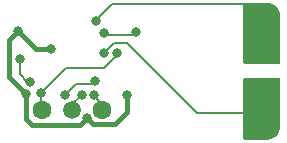
<source format=gbr>
G04 EAGLE Gerber RS-274X export*
G75*
%MOMM*%
%FSLAX34Y34*%
%LPD*%
%INBottom Copper*%
%IPPOS*%
%AMOC8*
5,1,8,0,0,1.08239X$1,22.5*%
G01*
%ADD10C,1.500000*%
%ADD11C,1.600000*%
%ADD12C,0.806400*%
%ADD13C,0.406400*%
%ADD14C,0.177800*%

G36*
X253960Y-57784D02*
X253960Y-57784D01*
X253980Y-57782D01*
X254084Y-57778D01*
X255975Y-57592D01*
X256078Y-57568D01*
X256184Y-57554D01*
X256264Y-57526D01*
X256285Y-57521D01*
X256299Y-57514D01*
X256336Y-57501D01*
X259829Y-56055D01*
X259837Y-56050D01*
X259846Y-56047D01*
X259975Y-55971D01*
X260105Y-55897D01*
X260112Y-55891D01*
X260120Y-55886D01*
X260241Y-55779D01*
X262914Y-53106D01*
X262920Y-53099D01*
X262927Y-53093D01*
X263017Y-52974D01*
X263109Y-52855D01*
X263113Y-52846D01*
X263119Y-52839D01*
X263190Y-52694D01*
X264636Y-49201D01*
X264665Y-49099D01*
X264701Y-48999D01*
X264715Y-48915D01*
X264720Y-48894D01*
X264721Y-48879D01*
X264727Y-48840D01*
X264913Y-46949D01*
X264913Y-46930D01*
X264919Y-46825D01*
X264919Y-6985D01*
X264904Y-6867D01*
X264897Y-6748D01*
X264884Y-6710D01*
X264879Y-6669D01*
X264836Y-6559D01*
X264799Y-6446D01*
X264777Y-6411D01*
X264762Y-6374D01*
X264693Y-6278D01*
X264629Y-6177D01*
X264599Y-6149D01*
X264576Y-6116D01*
X264484Y-6041D01*
X264397Y-5959D01*
X264362Y-5939D01*
X264331Y-5914D01*
X264223Y-5863D01*
X264119Y-5805D01*
X264079Y-5795D01*
X264043Y-5778D01*
X263926Y-5756D01*
X263811Y-5726D01*
X263751Y-5722D01*
X263731Y-5718D01*
X263710Y-5720D01*
X263650Y-5716D01*
X234950Y-5716D01*
X234832Y-5731D01*
X234713Y-5738D01*
X234675Y-5751D01*
X234634Y-5756D01*
X234524Y-5799D01*
X234411Y-5836D01*
X234376Y-5858D01*
X234339Y-5873D01*
X234243Y-5943D01*
X234142Y-6006D01*
X234114Y-6036D01*
X234081Y-6059D01*
X234006Y-6151D01*
X233924Y-6238D01*
X233904Y-6273D01*
X233879Y-6304D01*
X233828Y-6412D01*
X233770Y-6516D01*
X233760Y-6556D01*
X233743Y-6592D01*
X233721Y-6709D01*
X233691Y-6824D01*
X233687Y-6885D01*
X233683Y-6905D01*
X233685Y-6925D01*
X233684Y-6928D01*
X233683Y-6934D01*
X233684Y-6939D01*
X233681Y-6985D01*
X233681Y-56515D01*
X233696Y-56633D01*
X233703Y-56752D01*
X233716Y-56790D01*
X233721Y-56831D01*
X233764Y-56941D01*
X233801Y-57054D01*
X233823Y-57089D01*
X233838Y-57126D01*
X233908Y-57222D01*
X233971Y-57323D01*
X234001Y-57351D01*
X234024Y-57384D01*
X234116Y-57460D01*
X234203Y-57541D01*
X234238Y-57561D01*
X234269Y-57586D01*
X234377Y-57637D01*
X234481Y-57695D01*
X234521Y-57705D01*
X234557Y-57722D01*
X234674Y-57744D01*
X234789Y-57774D01*
X234850Y-57778D01*
X234870Y-57782D01*
X234890Y-57780D01*
X234950Y-57784D01*
X253960Y-57784D01*
X253960Y-57784D01*
G37*
G36*
X263768Y6366D02*
X263768Y6366D01*
X263887Y6373D01*
X263925Y6386D01*
X263966Y6391D01*
X264076Y6434D01*
X264189Y6471D01*
X264224Y6493D01*
X264261Y6508D01*
X264357Y6578D01*
X264458Y6641D01*
X264486Y6671D01*
X264519Y6694D01*
X264595Y6786D01*
X264676Y6873D01*
X264696Y6908D01*
X264721Y6939D01*
X264772Y7047D01*
X264830Y7151D01*
X264840Y7191D01*
X264857Y7227D01*
X264879Y7344D01*
X264909Y7459D01*
X264913Y7520D01*
X264917Y7540D01*
X264915Y7560D01*
X264919Y7620D01*
X264919Y46824D01*
X264917Y46844D01*
X264913Y46949D01*
X264727Y48839D01*
X264703Y48943D01*
X264688Y49048D01*
X264661Y49128D01*
X264656Y49149D01*
X264649Y49163D01*
X264636Y49200D01*
X263189Y52694D01*
X263185Y52702D01*
X263182Y52711D01*
X263106Y52840D01*
X263032Y52970D01*
X263025Y52977D01*
X263021Y52985D01*
X262914Y53106D01*
X260241Y55779D01*
X260233Y55785D01*
X260227Y55792D01*
X260108Y55882D01*
X259989Y55974D01*
X259981Y55978D01*
X259973Y55984D01*
X259829Y56054D01*
X256335Y57501D01*
X256233Y57529D01*
X256133Y57566D01*
X256050Y57580D01*
X256029Y57585D01*
X256013Y57586D01*
X255974Y57592D01*
X254084Y57778D01*
X254064Y57778D01*
X253959Y57784D01*
X234950Y57784D01*
X234832Y57769D01*
X234713Y57762D01*
X234675Y57749D01*
X234634Y57744D01*
X234524Y57701D01*
X234411Y57664D01*
X234376Y57642D01*
X234339Y57627D01*
X234243Y57558D01*
X234142Y57494D01*
X234114Y57464D01*
X234081Y57441D01*
X234006Y57349D01*
X233924Y57262D01*
X233904Y57227D01*
X233879Y57196D01*
X233828Y57088D01*
X233770Y56984D01*
X233760Y56944D01*
X233743Y56908D01*
X233721Y56791D01*
X233691Y56676D01*
X233687Y56616D01*
X233683Y56596D01*
X233685Y56575D01*
X233681Y56515D01*
X233681Y7620D01*
X233696Y7502D01*
X233703Y7383D01*
X233716Y7345D01*
X233721Y7304D01*
X233764Y7194D01*
X233801Y7081D01*
X233823Y7046D01*
X233838Y7009D01*
X233908Y6913D01*
X233971Y6812D01*
X234001Y6784D01*
X234024Y6751D01*
X234116Y6676D01*
X234203Y6594D01*
X234238Y6574D01*
X234269Y6549D01*
X234377Y6498D01*
X234481Y6440D01*
X234521Y6430D01*
X234557Y6413D01*
X234674Y6391D01*
X234789Y6361D01*
X234850Y6357D01*
X234870Y6353D01*
X234890Y6355D01*
X234950Y6351D01*
X263650Y6351D01*
X263768Y6366D01*
G37*
D10*
X88900Y-33020D03*
D11*
X114300Y-33020D03*
X63500Y-33020D03*
D12*
X43180Y34290D03*
D13*
X35560Y26670D01*
X50800Y-17526D02*
X49530Y-18796D01*
X50800Y-17526D02*
X48260Y-17526D01*
X35560Y-4826D01*
D12*
X49530Y-18796D03*
D13*
X35560Y-4826D02*
X35560Y26670D01*
D12*
X71120Y19050D03*
D13*
X58420Y19050D01*
X43180Y34290D01*
D12*
X101337Y-39633D03*
D13*
X95250Y-45720D01*
X54610Y-45720D01*
X49530Y-40640D01*
X49530Y-18796D01*
D12*
X135431Y-19653D03*
D13*
X135431Y-34750D01*
X125350Y-44830D02*
X106534Y-44830D01*
X101337Y-39633D01*
X125350Y-44830D02*
X135431Y-34750D01*
D12*
X53340Y-8890D03*
D14*
X50800Y-8890D01*
X44450Y-2540D01*
X44450Y10160D01*
D12*
X44450Y10160D03*
X62230Y-18463D03*
D14*
X62230Y-31750D01*
X63500Y-33020D01*
X62230Y-18463D02*
X83233Y2540D01*
X127056Y13478D02*
X127056Y15383D01*
X127056Y13478D02*
X116118Y2540D01*
D12*
X127056Y15383D03*
D14*
X116118Y2540D02*
X83233Y2540D01*
D12*
X97155Y-19685D03*
D14*
X88900Y-27940D01*
X88900Y-33020D01*
D12*
X107221Y-19630D03*
D14*
X107221Y-20900D02*
X114139Y-27819D01*
X107221Y-20900D02*
X107221Y-19630D01*
X114139Y-27819D02*
X114300Y-33020D01*
D12*
X83185Y-20320D03*
D14*
X83185Y-19685D02*
X92075Y-10795D01*
X83185Y-19685D02*
X83185Y-20320D01*
X106045Y-10795D02*
X108585Y-8255D01*
X106045Y-10795D02*
X92075Y-10795D01*
D12*
X108585Y-8255D03*
X115742Y15538D03*
D14*
X124334Y24130D01*
X135255Y24130D01*
X194310Y-34925D01*
X244475Y-34925D02*
X248285Y-31115D01*
D12*
X248285Y-31115D03*
D14*
X244475Y-34925D02*
X194310Y-34925D01*
D12*
X248920Y-51435D03*
X247650Y51435D03*
X247650Y36195D03*
X109220Y42545D03*
D14*
X109220Y43561D01*
X122555Y56896D01*
X242189Y56896D01*
X247650Y51435D01*
D12*
X116079Y32385D03*
D14*
X140335Y30480D02*
X142875Y33020D01*
X140335Y30480D02*
X118619Y30480D01*
X116714Y32385D01*
X116079Y32385D01*
D12*
X142875Y33020D03*
M02*

</source>
